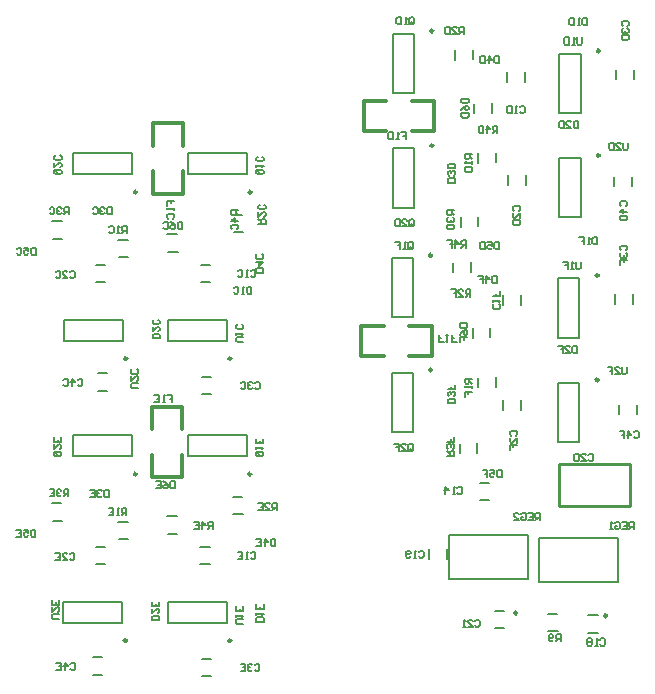
<source format=gbo>
G04*
G04 #@! TF.GenerationSoftware,Altium Limited,Altium Designer,24.10.1 (45)*
G04*
G04 Layer_Color=32896*
%FSLAX44Y44*%
%MOMM*%
G71*
G04*
G04 #@! TF.SameCoordinates,C031E789-135E-4793-A04E-BF888AAD087F*
G04*
G04*
G04 #@! TF.FilePolarity,Positive*
G04*
G01*
G75*
%ADD12C,0.2500*%
%ADD14C,0.2000*%
%ADD15C,0.2540*%
%ADD16C,0.3048*%
%ADD17C,0.1500*%
D12*
X428750Y-506270D02*
G03*
X428750Y-506270I-1250J0D01*
G01*
X504750Y-508750D02*
G03*
X504750Y-508750I-1250J0D01*
G01*
X203800Y-150000D02*
G03*
X203800Y-150000I-1250J0D01*
G01*
X357749Y-13551D02*
G03*
X357749Y-13551I-1250J0D01*
G01*
X203629Y-388750D02*
G03*
X203629Y-388750I-1250J0D01*
G01*
X356700Y-203621D02*
G03*
X356700Y-203621I-1250J0D01*
G01*
X106800Y-150000D02*
G03*
X106800Y-150000I-1250J0D01*
G01*
X106629Y-388750D02*
G03*
X106629Y-388750I-1250J0D01*
G01*
X356700Y-300621D02*
G03*
X356700Y-300621I-1250J0D01*
G01*
X186800Y-291000D02*
G03*
X186800Y-291000I-1250J0D01*
G01*
X498749Y-30550D02*
G03*
X498749Y-30550I-1250J0D01*
G01*
X186630Y-529750D02*
G03*
X186630Y-529750I-1250J0D01*
G01*
X497700Y-220621D02*
G03*
X497700Y-220621I-1250J0D01*
G01*
X98450Y-291000D02*
G03*
X98450Y-291000I-1250J0D01*
G01*
X498750Y-118900D02*
G03*
X498750Y-118900I-1250J0D01*
G01*
X98279Y-529750D02*
G03*
X98279Y-529750I-1250J0D01*
G01*
X497700Y-308971D02*
G03*
X497700Y-308971I-1250J0D01*
G01*
X357749Y-110550D02*
G03*
X357749Y-110550I-1250J0D01*
G01*
D14*
X371000Y-440770D02*
X438000D01*
X371000Y-477770D02*
Y-440770D01*
Y-477770D02*
X438000D01*
Y-440770D01*
X447001Y-443250D02*
X514000D01*
X447001Y-480250D02*
Y-443250D01*
Y-480250D02*
X514000D01*
Y-443250D01*
X410000Y-504500D02*
X418000D01*
X410000Y-519500D02*
X418000D01*
X369000Y-460500D02*
Y-452500D01*
X354000Y-460500D02*
Y-452500D01*
X489078Y-508500D02*
X497079D01*
X489078Y-523500D02*
X497079D01*
X397000Y-411000D02*
X405000D01*
X397000Y-396000D02*
X405000D01*
X160671Y-211550D02*
X168671D01*
X160671Y-226550D02*
X168671D01*
X420000Y-56500D02*
Y-48500D01*
X435000Y-56500D02*
Y-48500D01*
X160500Y-450300D02*
X168500D01*
X160500Y-465300D02*
X168500D01*
X417000Y-245500D02*
Y-237500D01*
X432000Y-245500D02*
Y-237500D01*
X72000Y-211500D02*
X80000D01*
X72000Y-226500D02*
X80000D01*
X421000Y-144000D02*
Y-136000D01*
X436000Y-144000D02*
Y-136000D01*
X71829Y-450250D02*
X79829D01*
X71829Y-465250D02*
X79829D01*
X416950Y-334171D02*
Y-326171D01*
X431950Y-334171D02*
Y-326171D01*
X161671Y-306250D02*
X169671D01*
X161671Y-321250D02*
X169671D01*
X512750Y-54430D02*
Y-46430D01*
X527750Y-54430D02*
Y-46430D01*
X161500Y-545000D02*
X169500D01*
X161500Y-560000D02*
X169500D01*
X511700Y-244500D02*
Y-236500D01*
X526700Y-244500D02*
Y-236500D01*
X73500Y-303500D02*
X81500D01*
X73500Y-318500D02*
X81500D01*
X511000Y-145000D02*
Y-137000D01*
X526000Y-145000D02*
Y-137000D01*
X69500Y-543500D02*
X77500D01*
X69500Y-558500D02*
X77500D01*
X515000Y-338000D02*
Y-330000D01*
X530000Y-338000D02*
Y-330000D01*
X150000Y-135000D02*
Y-117000D01*
X200000Y-135000D02*
Y-117000D01*
X150000D02*
X200000D01*
X150000Y-135000D02*
X200000D01*
X323499Y-66101D02*
X341499D01*
X323499Y-16101D02*
X341499D01*
X323499Y-66101D02*
Y-16101D01*
X341499Y-66101D02*
Y-16101D01*
X149830Y-373750D02*
Y-355750D01*
X199830Y-373750D02*
Y-355750D01*
X149830D02*
X199830D01*
X149830Y-373750D02*
X199830D01*
X322449Y-256171D02*
X340449D01*
X322449Y-206171D02*
X340449D01*
X322449Y-256171D02*
Y-206171D01*
X340449Y-256171D02*
Y-206171D01*
X53000Y-135000D02*
Y-117000D01*
X103000Y-135000D02*
Y-117000D01*
X53000D02*
X103000D01*
X53000Y-135000D02*
X103000D01*
X52830Y-373750D02*
Y-355750D01*
X102830Y-373750D02*
Y-355750D01*
X52830D02*
X102830D01*
X52830Y-373750D02*
X102830D01*
X322449Y-353171D02*
X340449D01*
X322449Y-303171D02*
X340449D01*
X322449Y-353171D02*
Y-303171D01*
X340449Y-353171D02*
Y-303171D01*
X91501Y-205372D02*
X99501D01*
X91001Y-190372D02*
X99001D01*
X411000Y-124600D02*
Y-116600D01*
X396000Y-125100D02*
Y-117100D01*
X91330Y-444122D02*
X99330D01*
X90830Y-429122D02*
X98830D01*
X410822Y-314671D02*
Y-306671D01*
X395822Y-315171D02*
Y-307171D01*
X188171Y-169250D02*
X196171D01*
X188671Y-184250D02*
X196671D01*
X376050Y-37851D02*
Y-29851D01*
X391049Y-37351D02*
Y-29351D01*
X188000Y-408000D02*
X196000D01*
X188500Y-423000D02*
X196500D01*
X374700Y-218001D02*
Y-210000D01*
X389700Y-217501D02*
Y-209501D01*
X35500Y-189500D02*
X43500D01*
X35000Y-174500D02*
X43000D01*
X396000Y-179000D02*
Y-171000D01*
X381000Y-179500D02*
Y-171500D01*
X35329Y-428250D02*
X43329D01*
X34829Y-413250D02*
X42829D01*
X394950Y-370671D02*
Y-362671D01*
X379949Y-371171D02*
Y-363171D01*
X133171Y-200550D02*
X141171D01*
X132671Y-185550D02*
X140671D01*
X407050Y-82929D02*
Y-74929D01*
X392050Y-83429D02*
Y-75429D01*
X133001Y-439300D02*
X141001D01*
X132500Y-424300D02*
X140500D01*
X406000Y-273000D02*
Y-265000D01*
X391001Y-273500D02*
Y-265500D01*
X133000Y-276000D02*
Y-258000D01*
X183000Y-276000D02*
Y-258000D01*
X133000D02*
X183000D01*
X133000Y-276000D02*
X183000D01*
X464499Y-83100D02*
X482500D01*
X464499Y-33100D02*
X482500D01*
X464499Y-83100D02*
Y-33100D01*
X482500Y-83100D02*
Y-33100D01*
X132829Y-514750D02*
Y-496750D01*
X182829Y-514750D02*
Y-496750D01*
X132829D02*
X182829D01*
X132829Y-514750D02*
X182829D01*
X463449Y-273171D02*
X481449D01*
X463449Y-223171D02*
X481449D01*
X463449Y-273171D02*
Y-223171D01*
X481449Y-273171D02*
Y-223171D01*
X44650Y-276001D02*
Y-258001D01*
X94650Y-276001D02*
Y-258001D01*
X44650D02*
X94650D01*
X44650Y-276001D02*
X94650D01*
X464500Y-171450D02*
X482500D01*
X464500Y-121450D02*
X482500D01*
X464500Y-171450D02*
Y-121450D01*
X482500Y-171450D02*
Y-121450D01*
X44480Y-514750D02*
Y-496750D01*
X94480Y-514750D02*
Y-496750D01*
X44480D02*
X94480D01*
X44480Y-514750D02*
X94480D01*
X463451Y-361521D02*
X481450D01*
X463451Y-311521D02*
X481450D01*
X463451Y-361521D02*
Y-311521D01*
X481450Y-361521D02*
Y-311521D01*
X323499Y-163100D02*
X341499D01*
X323499Y-113100D02*
X341499D01*
X323499Y-163100D02*
Y-113100D01*
X341499Y-163100D02*
Y-113100D01*
X454500Y-507000D02*
X462500D01*
X455000Y-522000D02*
X463000D01*
D15*
X524500Y-415500D02*
Y-380500D01*
X464000Y-415500D02*
Y-380500D01*
Y-415500D02*
X524500D01*
X464000Y-380500D02*
X524500D01*
D16*
X120800Y-151345D02*
X146200D01*
X120800Y-91655D02*
X146200D01*
X120800Y-151345D02*
Y-132295D01*
X146200Y-151345D02*
Y-132295D01*
Y-110705D02*
Y-91655D01*
X120800Y-110705D02*
Y-91655D01*
X358345Y-98200D02*
Y-72800D01*
X298655Y-98200D02*
Y-72800D01*
X339295Y-98200D02*
X358345D01*
X339295Y-72800D02*
X358345D01*
X298655D02*
X317705D01*
X298655Y-98200D02*
X317705D01*
X119300Y-391345D02*
X144700D01*
X119300Y-331655D02*
X144700D01*
X119300Y-391345D02*
Y-372295D01*
X144700Y-391345D02*
Y-372295D01*
Y-350705D02*
Y-331655D01*
X119300Y-350705D02*
Y-331655D01*
X356345Y-288700D02*
Y-263300D01*
X296655Y-288700D02*
Y-263300D01*
X337295Y-288700D02*
X356345D01*
X337295Y-263300D02*
X356345D01*
X296655D02*
X315705D01*
X296655Y-288700D02*
X315705D01*
D17*
X337501Y-178101D02*
Y-174102D01*
X338501Y-173102D01*
X340500D01*
X341500Y-174102D01*
Y-178101D01*
X340500Y-179100D01*
X338501D01*
X339500Y-177101D02*
X337501Y-179100D01*
X338501D02*
X337501Y-178101D01*
X331503Y-179100D02*
X335502D01*
X331503Y-175102D01*
Y-174102D01*
X332503Y-173102D01*
X334502D01*
X335502Y-174102D01*
X329504Y-173102D02*
Y-179100D01*
X326505D01*
X325505Y-178101D01*
Y-174102D01*
X326505Y-173102D01*
X329504D01*
X521450Y-298173D02*
Y-303171D01*
X520451Y-304171D01*
X518451D01*
X517452Y-303171D01*
Y-298173D01*
X511454Y-304171D02*
X515452D01*
X511454Y-300172D01*
Y-299173D01*
X512453Y-298173D01*
X514453D01*
X515452Y-299173D01*
X505455Y-298173D02*
X509454D01*
Y-301172D01*
X507455D01*
X509454D01*
Y-304171D01*
X40998Y-511500D02*
X36000D01*
X35000Y-510500D01*
Y-508501D01*
X36000Y-507501D01*
X40998D01*
X35000Y-501503D02*
Y-505502D01*
X38999Y-501503D01*
X39998D01*
X40998Y-502503D01*
Y-504502D01*
X39998Y-505502D01*
X40998Y-495505D02*
Y-499504D01*
X35000D01*
Y-495505D01*
X37999Y-499504D02*
Y-497505D01*
X522500Y-108102D02*
Y-113101D01*
X521500Y-114100D01*
X519501D01*
X518501Y-113101D01*
Y-108102D01*
X512503Y-114100D02*
X516502D01*
X512503Y-110102D01*
Y-109102D01*
X513503Y-108102D01*
X515502D01*
X516502Y-109102D01*
X510504Y-108102D02*
Y-114100D01*
X507505D01*
X506505Y-113101D01*
Y-109102D01*
X507505Y-108102D01*
X510504D01*
X107998Y-316000D02*
X103000D01*
X102000Y-315001D01*
Y-313001D01*
X103000Y-312002D01*
X107998D01*
X102000Y-306004D02*
Y-310002D01*
X105999Y-306004D01*
X106999D01*
X107998Y-307003D01*
Y-309003D01*
X106999Y-310002D01*
Y-300006D02*
X107998Y-301005D01*
Y-303005D01*
X106999Y-304004D01*
X103000D01*
X102000Y-303005D01*
Y-301005D01*
X103000Y-300006D01*
X482450Y-209173D02*
Y-214171D01*
X481450Y-215171D01*
X479451D01*
X478451Y-214171D01*
Y-209173D01*
X476452Y-215171D02*
X474453D01*
X475452D01*
Y-209173D01*
X476452Y-210173D01*
X467455Y-209173D02*
X471454D01*
Y-212172D01*
X469454D01*
X471454D01*
Y-215171D01*
X196828Y-515750D02*
X191829D01*
X190829Y-514750D01*
Y-512751D01*
X191829Y-511751D01*
X196828D01*
X190829Y-509752D02*
Y-507753D01*
Y-508752D01*
X196828D01*
X195828Y-509752D01*
X196828Y-500755D02*
Y-504754D01*
X190829D01*
Y-500755D01*
X193829Y-504754D02*
Y-502754D01*
X483500Y-19102D02*
Y-24101D01*
X482500Y-25100D01*
X480501D01*
X479501Y-24101D01*
Y-19102D01*
X477502Y-25100D02*
X475502D01*
X476502D01*
Y-19102D01*
X477502Y-20102D01*
X472503Y-19102D02*
Y-25100D01*
X469504D01*
X468505Y-24101D01*
Y-20102D01*
X469504Y-19102D01*
X472503D01*
X196998Y-277000D02*
X192000D01*
X191000Y-276000D01*
Y-274001D01*
X192000Y-273001D01*
X196998D01*
X191000Y-271002D02*
Y-269003D01*
Y-270002D01*
X196998D01*
X195999Y-271002D01*
Y-262005D02*
X196998Y-263005D01*
Y-265004D01*
X195999Y-266004D01*
X192000D01*
X191000Y-265004D01*
Y-263005D01*
X192000Y-262005D01*
X385500Y-197000D02*
Y-191002D01*
X382501D01*
X381501Y-192002D01*
Y-194001D01*
X382501Y-195001D01*
X385500D01*
X383501D02*
X381501Y-197000D01*
X376503D02*
Y-191002D01*
X379502Y-194001D01*
X375503D01*
X369505Y-191002D02*
X373504D01*
Y-194001D01*
X371505D01*
X373504D01*
Y-197000D01*
X171000Y-435000D02*
Y-429002D01*
X168001D01*
X167001Y-430002D01*
Y-432001D01*
X168001Y-433001D01*
X171000D01*
X169001D02*
X167001Y-435000D01*
X162003D02*
Y-429002D01*
X165002Y-432001D01*
X161003D01*
X155005Y-429002D02*
X159004D01*
Y-435000D01*
X155005D01*
X159004Y-432001D02*
X157004D01*
X412000Y-100000D02*
Y-94002D01*
X409001D01*
X408001Y-95002D01*
Y-97001D01*
X409001Y-98001D01*
X412000D01*
X410001D02*
X408001Y-100000D01*
X403003D02*
Y-94002D01*
X406002Y-97001D01*
X402003D01*
X400004Y-94002D02*
Y-100000D01*
X397005D01*
X396005Y-99000D01*
Y-95002D01*
X397005Y-94002D01*
X400004D01*
X192671Y-165631D02*
X186673D01*
Y-168630D01*
X187673Y-169630D01*
X189672D01*
X190672Y-168630D01*
Y-165631D01*
Y-167631D02*
X192671Y-169630D01*
Y-174628D02*
X186673D01*
X189672Y-171629D01*
Y-175628D01*
X187673Y-181626D02*
X186673Y-180626D01*
Y-178627D01*
X187673Y-177627D01*
X191671D01*
X192671Y-178627D01*
Y-180626D01*
X191671Y-181626D01*
X369500Y-373500D02*
X375498D01*
Y-370501D01*
X374498Y-369501D01*
X372499D01*
X371499Y-370501D01*
Y-373500D01*
Y-371501D02*
X369500Y-369501D01*
X374498Y-367502D02*
X375498Y-366502D01*
Y-364503D01*
X374498Y-363503D01*
X373499D01*
X372499Y-364503D01*
Y-365503D01*
Y-364503D01*
X371499Y-363503D01*
X370500D01*
X369500Y-364503D01*
Y-366502D01*
X370500Y-367502D01*
X375498Y-357505D02*
Y-361504D01*
X372499D01*
Y-359505D01*
Y-361504D01*
X369500D01*
X48829Y-407750D02*
Y-401752D01*
X45830D01*
X44831Y-402752D01*
Y-404751D01*
X45830Y-405751D01*
X48829D01*
X46830D02*
X44831Y-407750D01*
X42831Y-402752D02*
X41832Y-401752D01*
X39832D01*
X38833Y-402752D01*
Y-403751D01*
X39832Y-404751D01*
X40832D01*
X39832D01*
X38833Y-405751D01*
Y-406750D01*
X39832Y-407750D01*
X41832D01*
X42831Y-406750D01*
X32835Y-401752D02*
X36833D01*
Y-407750D01*
X32835D01*
X36833Y-404751D02*
X34834D01*
X375500Y-165500D02*
X369502D01*
Y-168499D01*
X370502Y-169498D01*
X372501D01*
X373501Y-168499D01*
Y-165500D01*
Y-167499D02*
X375500Y-169498D01*
X370502Y-171498D02*
X369502Y-172497D01*
Y-174497D01*
X370502Y-175496D01*
X371502D01*
X372501Y-174497D01*
Y-173497D01*
Y-174497D01*
X373501Y-175496D01*
X374501D01*
X375500Y-174497D01*
Y-172497D01*
X374501Y-171498D01*
X369502Y-177496D02*
X375500D01*
Y-180495D01*
X374501Y-181495D01*
X370502D01*
X369502Y-180495D01*
Y-177496D01*
X49000Y-169000D02*
Y-163002D01*
X46001D01*
X45002Y-164002D01*
Y-166001D01*
X46001Y-167001D01*
X49000D01*
X47001D02*
X45002Y-169000D01*
X43002Y-164002D02*
X42003Y-163002D01*
X40003D01*
X39004Y-164002D01*
Y-165002D01*
X40003Y-166001D01*
X41003D01*
X40003D01*
X39004Y-167001D01*
Y-168001D01*
X40003Y-169000D01*
X42003D01*
X43002Y-168001D01*
X33005Y-164002D02*
X34005Y-163002D01*
X36005D01*
X37004Y-164002D01*
Y-168001D01*
X36005Y-169000D01*
X34005D01*
X33005Y-168001D01*
X389000Y-238500D02*
Y-232502D01*
X386001D01*
X385001Y-233502D01*
Y-235501D01*
X386001Y-236501D01*
X389000D01*
X387001D02*
X385001Y-238500D01*
X379003D02*
X383002D01*
X379003Y-234501D01*
Y-233502D01*
X380003Y-232502D01*
X382002D01*
X383002Y-233502D01*
X373005Y-232502D02*
X377004D01*
Y-235501D01*
X375005D01*
X377004D01*
Y-238500D01*
X225500Y-419500D02*
Y-413502D01*
X222501D01*
X221501Y-414502D01*
Y-416501D01*
X222501Y-417501D01*
X225500D01*
X223501D02*
X221501Y-419500D01*
X215503D02*
X219502D01*
X215503Y-415501D01*
Y-414502D01*
X216503Y-413502D01*
X218502D01*
X219502Y-414502D01*
X209505Y-413502D02*
X213504D01*
Y-419500D01*
X209505D01*
X213504Y-416501D02*
X211504D01*
X383549Y-16351D02*
Y-10353D01*
X380550D01*
X379551Y-11353D01*
Y-13352D01*
X380550Y-14352D01*
X383549D01*
X381550D02*
X379551Y-16351D01*
X373553D02*
X377551D01*
X373553Y-12353D01*
Y-11353D01*
X374552Y-10353D01*
X376552D01*
X377551Y-11353D01*
X371553Y-10353D02*
Y-16351D01*
X368554D01*
X367555Y-15352D01*
Y-11353D01*
X368554Y-10353D01*
X371553D01*
X209671Y-176750D02*
X215669D01*
Y-173751D01*
X214669Y-172752D01*
X212670D01*
X211670Y-173751D01*
Y-176750D01*
Y-174751D02*
X209671Y-172752D01*
Y-166754D02*
Y-170752D01*
X213670Y-166754D01*
X214669D01*
X215669Y-167753D01*
Y-169753D01*
X214669Y-170752D01*
Y-160755D02*
X215669Y-161755D01*
Y-163754D01*
X214669Y-164754D01*
X210671D01*
X209671Y-163754D01*
Y-161755D01*
X210671Y-160755D01*
X390322Y-308121D02*
X384324D01*
Y-311120D01*
X385324Y-312120D01*
X387323D01*
X388323Y-311120D01*
Y-308121D01*
Y-310120D02*
X390322Y-312120D01*
Y-314119D02*
Y-316118D01*
Y-315119D01*
X384324D01*
X385324Y-314119D01*
X384324Y-323116D02*
Y-319117D01*
X387323D01*
Y-321117D01*
Y-319117D01*
X390322D01*
X97880Y-423622D02*
Y-417624D01*
X94881D01*
X93881Y-418624D01*
Y-420623D01*
X94881Y-421623D01*
X97880D01*
X95880D02*
X93881Y-423622D01*
X91882D02*
X89882D01*
X90882D01*
Y-417624D01*
X91882Y-418624D01*
X82885Y-417624D02*
X86883D01*
Y-423622D01*
X82885D01*
X86883Y-420623D02*
X84884D01*
X390500Y-118050D02*
X384502D01*
Y-121049D01*
X385502Y-122049D01*
X387501D01*
X388501Y-121049D01*
Y-118050D01*
Y-120049D02*
X390500Y-122049D01*
Y-124048D02*
Y-126048D01*
Y-125048D01*
X384502D01*
X385502Y-124048D01*
X384502Y-129047D02*
X390500D01*
Y-132046D01*
X389501Y-133045D01*
X385502D01*
X384502Y-132046D01*
Y-129047D01*
X98050Y-184872D02*
Y-178874D01*
X95051D01*
X94052Y-179874D01*
Y-181873D01*
X95051Y-182873D01*
X98050D01*
X96051D02*
X94052Y-184872D01*
X92052D02*
X90053D01*
X91053D01*
Y-178874D01*
X92052Y-179874D01*
X83055D02*
X84055Y-178874D01*
X86054D01*
X87054Y-179874D01*
Y-183873D01*
X86054Y-184872D01*
X84055D01*
X83055Y-183873D01*
X336451Y-368171D02*
Y-364173D01*
X337451Y-363173D01*
X339450D01*
X340450Y-364173D01*
Y-368171D01*
X339450Y-369171D01*
X337451D01*
X338451Y-367172D02*
X336451Y-369171D01*
X337451D02*
X336451Y-368171D01*
X330453Y-369171D02*
X334452D01*
X330453Y-365172D01*
Y-364173D01*
X331453Y-363173D01*
X333452D01*
X334452Y-364173D01*
X324455Y-363173D02*
X328454D01*
Y-366172D01*
X326455D01*
X328454D01*
Y-369171D01*
X37829Y-369751D02*
X41828D01*
X42828Y-370751D01*
Y-372750D01*
X41828Y-373750D01*
X37829D01*
X36829Y-372750D01*
Y-370751D01*
X38829Y-371751D02*
X36829Y-369751D01*
Y-370751D02*
X37829Y-369751D01*
X36829Y-363753D02*
Y-367752D01*
X40828Y-363753D01*
X41828D01*
X42828Y-364753D01*
Y-366752D01*
X41828Y-367752D01*
X42828Y-357755D02*
Y-361754D01*
X36829D01*
Y-357755D01*
X39829Y-361754D02*
Y-359755D01*
X38000Y-131002D02*
X41999D01*
X42998Y-132001D01*
Y-134001D01*
X41999Y-135000D01*
X38000D01*
X37000Y-134001D01*
Y-132001D01*
X39000Y-133001D02*
X37000Y-131002D01*
Y-132001D02*
X38000Y-131002D01*
X37000Y-125003D02*
Y-129002D01*
X40999Y-125003D01*
X41999D01*
X42998Y-126003D01*
Y-128003D01*
X41999Y-129002D01*
Y-119005D02*
X42998Y-120005D01*
Y-122004D01*
X41999Y-123004D01*
X38000D01*
X37000Y-122004D01*
Y-120005D01*
X38000Y-119005D01*
X336451Y-197171D02*
Y-193173D01*
X337451Y-192173D01*
X339450D01*
X340450Y-193173D01*
Y-197171D01*
X339450Y-198171D01*
X337451D01*
X338451Y-196172D02*
X336451Y-198171D01*
X337451D02*
X336451Y-197171D01*
X334452Y-198171D02*
X332453D01*
X333452D01*
Y-192173D01*
X334452Y-193173D01*
X325455Y-192173D02*
X329454D01*
Y-195172D01*
X327454D01*
X329454D01*
Y-198171D01*
X208829Y-369751D02*
X212828D01*
X213827Y-370751D01*
Y-372750D01*
X212828Y-373750D01*
X208829D01*
X207829Y-372750D01*
Y-370751D01*
X209829Y-371751D02*
X207829Y-369751D01*
Y-370751D02*
X208829Y-369751D01*
X207829Y-367752D02*
Y-365753D01*
Y-366752D01*
X213827D01*
X212828Y-367752D01*
X213827Y-358755D02*
Y-362754D01*
X207829D01*
Y-358755D01*
X210828Y-362754D02*
Y-360754D01*
X337501Y-7101D02*
Y-3102D01*
X338501Y-2102D01*
X340500D01*
X341500Y-3102D01*
Y-7101D01*
X340500Y-8100D01*
X338501D01*
X339500Y-6101D02*
X337501Y-8100D01*
X338501D02*
X337501Y-7101D01*
X335502Y-8100D02*
X333502D01*
X334502D01*
Y-2102D01*
X335502Y-3102D01*
X330503Y-2102D02*
Y-8100D01*
X327504D01*
X326505Y-7101D01*
Y-3102D01*
X327504Y-2102D01*
X330503D01*
X209000Y-131002D02*
X212999D01*
X213998Y-132001D01*
Y-134001D01*
X212999Y-135000D01*
X209000D01*
X208000Y-134001D01*
Y-132001D01*
X210000Y-133001D02*
X208000Y-131002D01*
Y-132001D02*
X209000Y-131002D01*
X208000Y-129002D02*
Y-127003D01*
Y-128002D01*
X213998D01*
X212999Y-129002D01*
Y-120005D02*
X213998Y-121005D01*
Y-123004D01*
X212999Y-124004D01*
X209000D01*
X208000Y-123004D01*
Y-121005D01*
X209000Y-120005D01*
X366499Y-276998D02*
X362500D01*
Y-273999D01*
X364499D01*
X362500D01*
Y-271000D01*
X368498D02*
X370498D01*
X369498D01*
Y-276998D01*
X368498Y-275998D01*
X377495Y-276998D02*
X373497D01*
Y-273999D01*
X375496D01*
X373497D01*
Y-271000D01*
X132501Y-322002D02*
X136500D01*
Y-325001D01*
X134501D01*
X136500D01*
Y-328000D01*
X130502D02*
X128503D01*
X129502D01*
Y-322002D01*
X130502Y-323002D01*
X121505Y-322002D02*
X125504D01*
Y-328000D01*
X121505D01*
X125504Y-325001D02*
X123504D01*
X330501Y-99502D02*
X334500D01*
Y-102501D01*
X332501D01*
X334500D01*
Y-105500D01*
X328502D02*
X326503D01*
X327502D01*
Y-99502D01*
X328502Y-100502D01*
X323504Y-99502D02*
Y-105500D01*
X320505D01*
X319505Y-104500D01*
Y-100502D01*
X320505Y-99502D01*
X323504D01*
X132502Y-161499D02*
Y-157500D01*
X135501D01*
Y-159499D01*
Y-157500D01*
X138500D01*
Y-163498D02*
Y-165497D01*
Y-164498D01*
X132502D01*
X133502Y-163498D01*
Y-172495D02*
X132502Y-171495D01*
Y-169496D01*
X133502Y-168496D01*
X137500D01*
X138500Y-169496D01*
Y-171495D01*
X137500Y-172495D01*
X380502Y-261000D02*
X386500D01*
Y-263999D01*
X385500Y-264999D01*
X381502D01*
X380502Y-263999D01*
Y-261000D01*
Y-270997D02*
X381502Y-268998D01*
X383501Y-266998D01*
X385500D01*
X386500Y-267998D01*
Y-269997D01*
X385500Y-270997D01*
X384501D01*
X383501Y-269997D01*
Y-266998D01*
X380502Y-276995D02*
Y-272996D01*
X383501D01*
Y-274996D01*
Y-272996D01*
X386500D01*
X139000Y-395002D02*
Y-401000D01*
X136001D01*
X135001Y-400000D01*
Y-396002D01*
X136001Y-395002D01*
X139000D01*
X129003D02*
X131003Y-396002D01*
X133002Y-398001D01*
Y-400000D01*
X132002Y-401000D01*
X130003D01*
X129003Y-400000D01*
Y-399001D01*
X130003Y-398001D01*
X133002D01*
X123005Y-395002D02*
X127004D01*
Y-401000D01*
X123005D01*
X127004Y-398001D02*
X125005D01*
X381552Y-70930D02*
X387550D01*
Y-73929D01*
X386550Y-74928D01*
X382551D01*
X381552Y-73929D01*
Y-70930D01*
Y-80926D02*
X382551Y-78927D01*
X384551Y-76928D01*
X386550D01*
X387550Y-77927D01*
Y-79927D01*
X386550Y-80926D01*
X385550D01*
X384551Y-79927D01*
Y-76928D01*
X381552Y-82926D02*
X387550D01*
Y-85925D01*
X386550Y-86924D01*
X382551D01*
X381552Y-85925D01*
Y-82926D01*
X145171Y-175052D02*
Y-181050D01*
X142172D01*
X141172Y-180050D01*
Y-176052D01*
X142172Y-175052D01*
X145171D01*
X135174D02*
X137174Y-176052D01*
X139173Y-178051D01*
Y-180050D01*
X138173Y-181050D01*
X136174D01*
X135174Y-180050D01*
Y-179051D01*
X136174Y-178051D01*
X139173D01*
X129176Y-176052D02*
X130176Y-175052D01*
X132175D01*
X133175Y-176052D01*
Y-180050D01*
X132175Y-181050D01*
X130176D01*
X129176Y-180050D01*
X415500Y-385502D02*
Y-391500D01*
X412501D01*
X411501Y-390500D01*
Y-386502D01*
X412501Y-385502D01*
X415500D01*
X405503D02*
X409502D01*
Y-388501D01*
X407503Y-387501D01*
X406503D01*
X405503Y-388501D01*
Y-390500D01*
X406503Y-391500D01*
X408502D01*
X409502Y-390500D01*
X399505Y-385502D02*
X403504D01*
Y-388501D01*
X401505D01*
X403504D01*
Y-391500D01*
X20829Y-435752D02*
Y-441750D01*
X17830D01*
X16831Y-440750D01*
Y-436752D01*
X17830Y-435752D01*
X20829D01*
X10833D02*
X14831D01*
Y-438751D01*
X12832Y-437751D01*
X11832D01*
X10833Y-438751D01*
Y-440750D01*
X11832Y-441750D01*
X13832D01*
X14831Y-440750D01*
X4835Y-435752D02*
X8833D01*
Y-441750D01*
X4835D01*
X8833Y-438751D02*
X6834D01*
X413500Y-192502D02*
Y-198500D01*
X410501D01*
X409501Y-197500D01*
Y-193502D01*
X410501Y-192502D01*
X413500D01*
X403503D02*
X407502D01*
Y-195501D01*
X405503Y-194501D01*
X404503D01*
X403503Y-195501D01*
Y-197500D01*
X404503Y-198500D01*
X406502D01*
X407502Y-197500D01*
X401504Y-192502D02*
Y-198500D01*
X398505D01*
X397505Y-197500D01*
Y-193502D01*
X398505Y-192502D01*
X401504D01*
X21000Y-197002D02*
Y-203000D01*
X18001D01*
X17002Y-202001D01*
Y-198002D01*
X18001Y-197002D01*
X21000D01*
X11004D02*
X15002D01*
Y-200001D01*
X13003Y-199002D01*
X12003D01*
X11004Y-200001D01*
Y-202001D01*
X12003Y-203000D01*
X14002D01*
X15002Y-202001D01*
X5005Y-198002D02*
X6005Y-197002D01*
X8005D01*
X9004Y-198002D01*
Y-202001D01*
X8005Y-203000D01*
X6005D01*
X5005Y-202001D01*
X411500Y-221002D02*
Y-227000D01*
X408501D01*
X407501Y-226000D01*
Y-222002D01*
X408501Y-221002D01*
X411500D01*
X402503Y-227000D02*
Y-221002D01*
X405502Y-224001D01*
X401503D01*
X395505Y-221002D02*
X399504D01*
Y-224001D01*
X397505D01*
X399504D01*
Y-227000D01*
X224000Y-443502D02*
Y-449500D01*
X221001D01*
X220001Y-448500D01*
Y-444502D01*
X221001Y-443502D01*
X224000D01*
X215003Y-449500D02*
Y-443502D01*
X218002Y-446501D01*
X214003D01*
X208005Y-443502D02*
X212004D01*
Y-449500D01*
X208005D01*
X212004Y-446501D02*
X210005D01*
X413500Y-35002D02*
Y-41000D01*
X410501D01*
X409501Y-40000D01*
Y-36002D01*
X410501Y-35002D01*
X413500D01*
X404503Y-41000D02*
Y-35002D01*
X407502Y-38001D01*
X403503D01*
X401504Y-35002D02*
Y-41000D01*
X398505D01*
X397505Y-40000D01*
Y-36002D01*
X398505Y-35002D01*
X401504D01*
X213498Y-218500D02*
X207500D01*
Y-215501D01*
X208500Y-214501D01*
X212498D01*
X213498Y-215501D01*
Y-218500D01*
X207500Y-209503D02*
X213498D01*
X210499Y-212502D01*
Y-208503D01*
X212498Y-202505D02*
X213498Y-203505D01*
Y-205504D01*
X212498Y-206504D01*
X208500D01*
X207500Y-205504D01*
Y-203505D01*
X208500Y-202505D01*
X375998Y-329000D02*
X370000D01*
Y-326001D01*
X371000Y-325001D01*
X374998D01*
X375998Y-326001D01*
Y-329000D01*
X374998Y-323002D02*
X375998Y-322002D01*
Y-320003D01*
X374998Y-319003D01*
X373999D01*
X372999Y-320003D01*
Y-321003D01*
Y-320003D01*
X371999Y-319003D01*
X371000D01*
X370000Y-320003D01*
Y-322002D01*
X371000Y-323002D01*
X375998Y-313005D02*
Y-317004D01*
X372999D01*
Y-315005D01*
Y-317004D01*
X370000D01*
X83000Y-402002D02*
Y-408000D01*
X80001D01*
X79001Y-407000D01*
Y-403002D01*
X80001Y-402002D01*
X83000D01*
X77002Y-403002D02*
X76002Y-402002D01*
X74003D01*
X73003Y-403002D01*
Y-404001D01*
X74003Y-405001D01*
X75003D01*
X74003D01*
X73003Y-406001D01*
Y-407000D01*
X74003Y-408000D01*
X76002D01*
X77002Y-407000D01*
X67005Y-402002D02*
X71004D01*
Y-408000D01*
X67005D01*
X71004Y-405001D02*
X69005D01*
X375998Y-142000D02*
X370000D01*
Y-139001D01*
X371000Y-138001D01*
X374998D01*
X375998Y-139001D01*
Y-142000D01*
X374998Y-136002D02*
X375998Y-135002D01*
Y-133003D01*
X374998Y-132003D01*
X373999D01*
X372999Y-133003D01*
Y-134003D01*
Y-133003D01*
X371999Y-132003D01*
X371000D01*
X370000Y-133003D01*
Y-135002D01*
X371000Y-136002D01*
X375998Y-130004D02*
X370000D01*
Y-127005D01*
X371000Y-126005D01*
X374998D01*
X375998Y-127005D01*
Y-130004D01*
X85500Y-163002D02*
Y-169000D01*
X82501D01*
X81501Y-168000D01*
Y-164002D01*
X82501Y-163002D01*
X85500D01*
X79502Y-164002D02*
X78502Y-163002D01*
X76503D01*
X75503Y-164002D01*
Y-165001D01*
X76503Y-166001D01*
X77503D01*
X76503D01*
X75503Y-167001D01*
Y-168000D01*
X76503Y-169000D01*
X78502D01*
X79502Y-168000D01*
X69505Y-164002D02*
X70505Y-163002D01*
X72504D01*
X73504Y-164002D01*
Y-168000D01*
X72504Y-169000D01*
X70505D01*
X69505Y-168000D01*
X479450Y-280173D02*
Y-286171D01*
X476451D01*
X475451Y-285171D01*
Y-281173D01*
X476451Y-280173D01*
X479450D01*
X469453Y-286171D02*
X473452D01*
X469453Y-282172D01*
Y-281173D01*
X470453Y-280173D01*
X472452D01*
X473452Y-281173D01*
X463455Y-280173D02*
X467454D01*
Y-283172D01*
X465455D01*
X467454D01*
Y-286171D01*
X125828Y-512750D02*
X119830D01*
Y-509751D01*
X120829Y-508751D01*
X124828D01*
X125828Y-509751D01*
Y-512750D01*
X119830Y-502753D02*
Y-506752D01*
X123828Y-502753D01*
X124828D01*
X125828Y-503753D01*
Y-505752D01*
X124828Y-506752D01*
X125828Y-496755D02*
Y-500754D01*
X119830D01*
Y-496755D01*
X122829Y-500754D02*
Y-498755D01*
X480500Y-90102D02*
Y-96100D01*
X477501D01*
X476501Y-95101D01*
Y-91102D01*
X477501Y-90102D01*
X480500D01*
X470503Y-96100D02*
X474502D01*
X470503Y-92102D01*
Y-91102D01*
X471503Y-90102D01*
X473502D01*
X474502Y-91102D01*
X468504Y-90102D02*
Y-96100D01*
X465505D01*
X464505Y-95101D01*
Y-91102D01*
X465505Y-90102D01*
X468504D01*
X125998Y-274000D02*
X120000D01*
Y-271001D01*
X121000Y-270002D01*
X124999D01*
X125998Y-271001D01*
Y-274000D01*
X120000Y-264004D02*
Y-268002D01*
X123999Y-264004D01*
X124999D01*
X125998Y-265003D01*
Y-267003D01*
X124999Y-268002D01*
Y-258005D02*
X125998Y-259005D01*
Y-261004D01*
X124999Y-262004D01*
X121000D01*
X120000Y-261004D01*
Y-259005D01*
X121000Y-258005D01*
X496502Y-188352D02*
Y-194350D01*
X493503D01*
X492503Y-193350D01*
Y-189352D01*
X493503Y-188352D01*
X496502D01*
X490504Y-194350D02*
X488505D01*
X489504D01*
Y-188352D01*
X490504Y-189352D01*
X481507Y-188352D02*
X485506D01*
Y-191351D01*
X483506D01*
X485506D01*
Y-194350D01*
X213998Y-514000D02*
X208000D01*
Y-511001D01*
X209000Y-510001D01*
X212998D01*
X213998Y-511001D01*
Y-514000D01*
X208000Y-508002D02*
Y-506003D01*
Y-507002D01*
X213998D01*
X212998Y-508002D01*
X213998Y-499005D02*
Y-503004D01*
X208000D01*
Y-499005D01*
X210999Y-503004D02*
Y-501004D01*
X488000Y-2502D02*
Y-8500D01*
X485001D01*
X484001Y-7500D01*
Y-3502D01*
X485001Y-2502D01*
X488000D01*
X482002Y-8500D02*
X480003D01*
X481002D01*
Y-2502D01*
X482002Y-3502D01*
X477004Y-2502D02*
Y-8500D01*
X474005D01*
X473005Y-7500D01*
Y-3502D01*
X474005Y-2502D01*
X477004D01*
X203640Y-230008D02*
Y-236006D01*
X200641D01*
X199641Y-235006D01*
Y-231008D01*
X200641Y-230008D01*
X203640D01*
X197642Y-236006D02*
X195643D01*
X196642D01*
Y-230008D01*
X197642Y-231008D01*
X188645D02*
X189645Y-230008D01*
X191644D01*
X192644Y-231008D01*
Y-235006D01*
X191644Y-236006D01*
X189645D01*
X188645Y-235006D01*
X527501Y-353502D02*
X528501Y-352502D01*
X530500D01*
X531500Y-353502D01*
Y-357500D01*
X530500Y-358500D01*
X528501D01*
X527501Y-357500D01*
X522503Y-358500D02*
Y-352502D01*
X525502Y-355501D01*
X521503D01*
X515505Y-352502D02*
X519504D01*
Y-355501D01*
X517505D01*
X519504D01*
Y-358500D01*
X50501Y-549502D02*
X51501Y-548502D01*
X53500D01*
X54500Y-549502D01*
Y-553500D01*
X53500Y-554500D01*
X51501D01*
X50501Y-553500D01*
X45503Y-554500D02*
Y-548502D01*
X48502Y-551501D01*
X44503D01*
X38505Y-548502D02*
X42504D01*
Y-554500D01*
X38505D01*
X42504Y-551501D02*
X40504D01*
X516502Y-161998D02*
X515502Y-160999D01*
Y-158999D01*
X516502Y-158000D01*
X520500D01*
X521500Y-158999D01*
Y-160999D01*
X520500Y-161998D01*
X521500Y-166997D02*
X515502D01*
X518501Y-163998D01*
Y-167996D01*
X515502Y-169996D02*
X521500D01*
Y-172995D01*
X520500Y-173995D01*
X516502D01*
X515502Y-172995D01*
Y-169996D01*
X56501Y-309002D02*
X57501Y-308002D01*
X59500D01*
X60500Y-309002D01*
Y-313000D01*
X59500Y-314000D01*
X57501D01*
X56501Y-313000D01*
X51503Y-314000D02*
Y-308002D01*
X54502Y-311001D01*
X50503D01*
X44505Y-309002D02*
X45505Y-308002D01*
X47504D01*
X48504Y-309002D01*
Y-313000D01*
X47504Y-314000D01*
X45505D01*
X44505Y-313000D01*
X517074Y-199499D02*
X516074Y-198499D01*
Y-196500D01*
X517074Y-195500D01*
X521073D01*
X522072Y-196500D01*
Y-198499D01*
X521073Y-199499D01*
X517074Y-201498D02*
X516074Y-202498D01*
Y-204497D01*
X517074Y-205497D01*
X518074D01*
X519073Y-204497D01*
Y-203498D01*
Y-204497D01*
X520073Y-205497D01*
X521073D01*
X522072Y-204497D01*
Y-202498D01*
X521073Y-201498D01*
X516074Y-211495D02*
Y-207496D01*
X519073D01*
Y-209496D01*
Y-207496D01*
X522072D01*
X206502Y-550374D02*
X207501Y-549375D01*
X209501D01*
X210500Y-550374D01*
Y-554373D01*
X209501Y-555373D01*
X207501D01*
X206502Y-554373D01*
X204502Y-550374D02*
X203503Y-549375D01*
X201503D01*
X200504Y-550374D01*
Y-551374D01*
X201503Y-552374D01*
X202503D01*
X201503D01*
X200504Y-553373D01*
Y-554373D01*
X201503Y-555373D01*
X203503D01*
X204502Y-554373D01*
X194506Y-549375D02*
X198504D01*
Y-555373D01*
X194506D01*
X198504Y-552374D02*
X196505D01*
X518124Y-9428D02*
X517124Y-8429D01*
Y-6429D01*
X518124Y-5429D01*
X522123D01*
X523122Y-6429D01*
Y-8429D01*
X522123Y-9428D01*
X518124Y-11428D02*
X517124Y-12427D01*
Y-14427D01*
X518124Y-15426D01*
X519124D01*
X520123Y-14427D01*
Y-13427D01*
Y-14427D01*
X521123Y-15426D01*
X522123D01*
X523122Y-14427D01*
Y-12427D01*
X522123Y-11428D01*
X517124Y-17426D02*
X523122D01*
Y-20425D01*
X522123Y-21424D01*
X518124D01*
X517124Y-20425D01*
Y-17426D01*
X206672Y-311624D02*
X207672Y-310625D01*
X209671D01*
X210671Y-311624D01*
Y-315623D01*
X209671Y-316623D01*
X207672D01*
X206672Y-315623D01*
X204673Y-311624D02*
X203673Y-310625D01*
X201674D01*
X200674Y-311624D01*
Y-312624D01*
X201674Y-313624D01*
X202674D01*
X201674D01*
X200674Y-314623D01*
Y-315623D01*
X201674Y-316623D01*
X203673D01*
X204673Y-315623D01*
X194676Y-311624D02*
X195676Y-310625D01*
X197675D01*
X198675Y-311624D01*
Y-315623D01*
X197675Y-316623D01*
X195676D01*
X194676Y-315623D01*
X423452Y-356170D02*
X422452Y-355170D01*
Y-353171D01*
X423452Y-352171D01*
X427450D01*
X428450Y-353171D01*
Y-355170D01*
X427450Y-356170D01*
X428450Y-362168D02*
Y-358169D01*
X424451Y-362168D01*
X423452D01*
X422452Y-361168D01*
Y-359169D01*
X423452Y-358169D01*
X422452Y-368166D02*
Y-364167D01*
X425451D01*
Y-366166D01*
Y-364167D01*
X428450D01*
X49831Y-456752D02*
X50830Y-455752D01*
X52830D01*
X53829Y-456752D01*
Y-460750D01*
X52830Y-461750D01*
X50830D01*
X49831Y-460750D01*
X43833Y-461750D02*
X47831D01*
X43833Y-457751D01*
Y-456752D01*
X44832Y-455752D01*
X46832D01*
X47831Y-456752D01*
X37835Y-455752D02*
X41833D01*
Y-461750D01*
X37835D01*
X41833Y-458751D02*
X39834D01*
X426002Y-165999D02*
X425002Y-164999D01*
Y-163000D01*
X426002Y-162000D01*
X430000D01*
X431000Y-163000D01*
Y-164999D01*
X430000Y-165999D01*
X431000Y-171997D02*
Y-167998D01*
X427001Y-171997D01*
X426002D01*
X425002Y-170997D01*
Y-168998D01*
X426002Y-167998D01*
X425002Y-173996D02*
X431000D01*
Y-176995D01*
X430000Y-177995D01*
X426002D01*
X425002Y-176995D01*
Y-173996D01*
X50002Y-218002D02*
X51001Y-217002D01*
X53001D01*
X54000Y-218002D01*
Y-222001D01*
X53001Y-223000D01*
X51001D01*
X50002Y-222001D01*
X44004Y-223000D02*
X48002D01*
X44004Y-219002D01*
Y-218002D01*
X45003Y-217002D01*
X47003D01*
X48002Y-218002D01*
X38005D02*
X39005Y-217002D01*
X41005D01*
X42004Y-218002D01*
Y-222001D01*
X41005Y-223000D01*
X39005D01*
X38005Y-222001D01*
X412998Y-245001D02*
X413998Y-246001D01*
Y-248000D01*
X412998Y-249000D01*
X409000D01*
X408000Y-248000D01*
Y-246001D01*
X409000Y-245001D01*
X408000Y-243002D02*
Y-241003D01*
Y-242002D01*
X413998D01*
X412998Y-243002D01*
X413998Y-234005D02*
Y-238004D01*
X410999D01*
Y-236004D01*
Y-238004D01*
X408000D01*
X203002Y-455802D02*
X204002Y-454802D01*
X206001D01*
X207001Y-455802D01*
Y-459800D01*
X206001Y-460800D01*
X204002D01*
X203002Y-459800D01*
X201003Y-460800D02*
X199003D01*
X200003D01*
Y-454802D01*
X201003Y-455802D01*
X192005Y-454802D02*
X196004D01*
Y-460800D01*
X192005D01*
X196004Y-457801D02*
X194005D01*
X431001Y-78002D02*
X432001Y-77002D01*
X434000D01*
X435000Y-78002D01*
Y-82000D01*
X434000Y-83000D01*
X432001D01*
X431001Y-82000D01*
X429002Y-83000D02*
X427003D01*
X428002D01*
Y-77002D01*
X429002Y-78002D01*
X424004Y-77002D02*
Y-83000D01*
X421004D01*
X420005Y-82000D01*
Y-78002D01*
X421004Y-77002D01*
X424004D01*
X203173Y-217052D02*
X204172Y-216052D01*
X206172D01*
X207171Y-217052D01*
Y-221051D01*
X206172Y-222050D01*
X204172D01*
X203173Y-221051D01*
X201173Y-222050D02*
X199174D01*
X200174D01*
Y-216052D01*
X201173Y-217052D01*
X192176D02*
X193176Y-216052D01*
X195175D01*
X196175Y-217052D01*
Y-221051D01*
X195175Y-222050D01*
X193176D01*
X192176Y-221051D01*
X378001Y-400502D02*
X379001Y-399502D01*
X381000D01*
X382000Y-400502D01*
Y-404500D01*
X381000Y-405500D01*
X379001D01*
X378001Y-404500D01*
X376002Y-405500D02*
X374003D01*
X375002D01*
Y-399502D01*
X376002Y-400502D01*
X368004Y-405500D02*
Y-399502D01*
X371004Y-402501D01*
X367005D01*
X499001Y-529002D02*
X500001Y-528002D01*
X502000D01*
X503000Y-529002D01*
Y-533000D01*
X502000Y-534000D01*
X500001D01*
X499001Y-533000D01*
X497002Y-534000D02*
X495003D01*
X496002D01*
Y-528002D01*
X497002Y-529002D01*
X492004D02*
X491004Y-528002D01*
X489005D01*
X488005Y-529002D01*
Y-530001D01*
X489005Y-531001D01*
X488005Y-532001D01*
Y-533000D01*
X489005Y-534000D01*
X491004D01*
X492004Y-533000D01*
Y-532001D01*
X491004Y-531001D01*
X492004Y-530001D01*
Y-529002D01*
X491004Y-531001D02*
X489005D01*
X345501Y-454502D02*
X346501Y-453502D01*
X348500D01*
X349500Y-454502D01*
Y-458500D01*
X348500Y-459500D01*
X346501D01*
X345501Y-458500D01*
X343502Y-459500D02*
X341503D01*
X342502D01*
Y-453502D01*
X343502Y-454502D01*
X338504Y-458500D02*
X337504Y-459500D01*
X335505D01*
X334505Y-458500D01*
Y-454502D01*
X335505Y-453502D01*
X337504D01*
X338504Y-454502D01*
Y-455501D01*
X337504Y-456501D01*
X334505D01*
X489001Y-372502D02*
X490001Y-371502D01*
X492000D01*
X493000Y-372502D01*
Y-376500D01*
X492000Y-377500D01*
X490001D01*
X489001Y-376500D01*
X483003Y-377500D02*
X487002D01*
X483003Y-373501D01*
Y-372502D01*
X484003Y-371502D01*
X486002D01*
X487002Y-372502D01*
X481004D02*
X480004Y-371502D01*
X478005D01*
X477005Y-372502D01*
Y-376500D01*
X478005Y-377500D01*
X480004D01*
X481004Y-376500D01*
Y-372502D01*
X393001Y-513002D02*
X394001Y-512002D01*
X396000D01*
X397000Y-513002D01*
Y-517000D01*
X396000Y-518000D01*
X394001D01*
X393001Y-517000D01*
X387003Y-518000D02*
X391002D01*
X387003Y-514001D01*
Y-513002D01*
X388003Y-512002D01*
X390002D01*
X391002Y-513002D01*
X385004Y-518000D02*
X383004D01*
X384004D01*
Y-512002D01*
X385004Y-513002D01*
X465500Y-530500D02*
Y-524502D01*
X462501D01*
X461501Y-525502D01*
Y-527501D01*
X462501Y-528501D01*
X465500D01*
X463501D02*
X461501Y-530500D01*
X459502Y-529500D02*
X458502Y-530500D01*
X456503D01*
X455503Y-529500D01*
Y-525502D01*
X456503Y-524502D01*
X458502D01*
X459502Y-525502D01*
Y-526501D01*
X458502Y-527501D01*
X455503D01*
X527500Y-435480D02*
Y-429482D01*
X524501D01*
X523502Y-430482D01*
Y-432481D01*
X524501Y-433481D01*
X527500D01*
X525501D02*
X523502Y-435480D01*
X517504Y-429482D02*
X521502D01*
Y-435480D01*
X517504D01*
X521502Y-432481D02*
X519503D01*
X511506Y-430482D02*
X512505Y-429482D01*
X514505D01*
X515504Y-430482D01*
Y-434481D01*
X514505Y-435480D01*
X512505D01*
X511506Y-434481D01*
Y-432481D01*
X513505D01*
X509506Y-435480D02*
X507507D01*
X508506D01*
Y-429482D01*
X509506Y-430482D01*
X448000Y-428000D02*
Y-422002D01*
X445001D01*
X444001Y-423002D01*
Y-425001D01*
X445001Y-426001D01*
X448000D01*
X446001D02*
X444001Y-428000D01*
X438003Y-422002D02*
X442002D01*
Y-428000D01*
X438003D01*
X442002Y-425001D02*
X440003D01*
X432005Y-423002D02*
X433005Y-422002D01*
X435004D01*
X436004Y-423002D01*
Y-427000D01*
X435004Y-428000D01*
X433005D01*
X432005Y-427000D01*
Y-425001D01*
X434005D01*
X426007Y-428000D02*
X430006D01*
X426007Y-424001D01*
Y-423002D01*
X427007Y-422002D01*
X429006D01*
X430006Y-423002D01*
M02*

</source>
